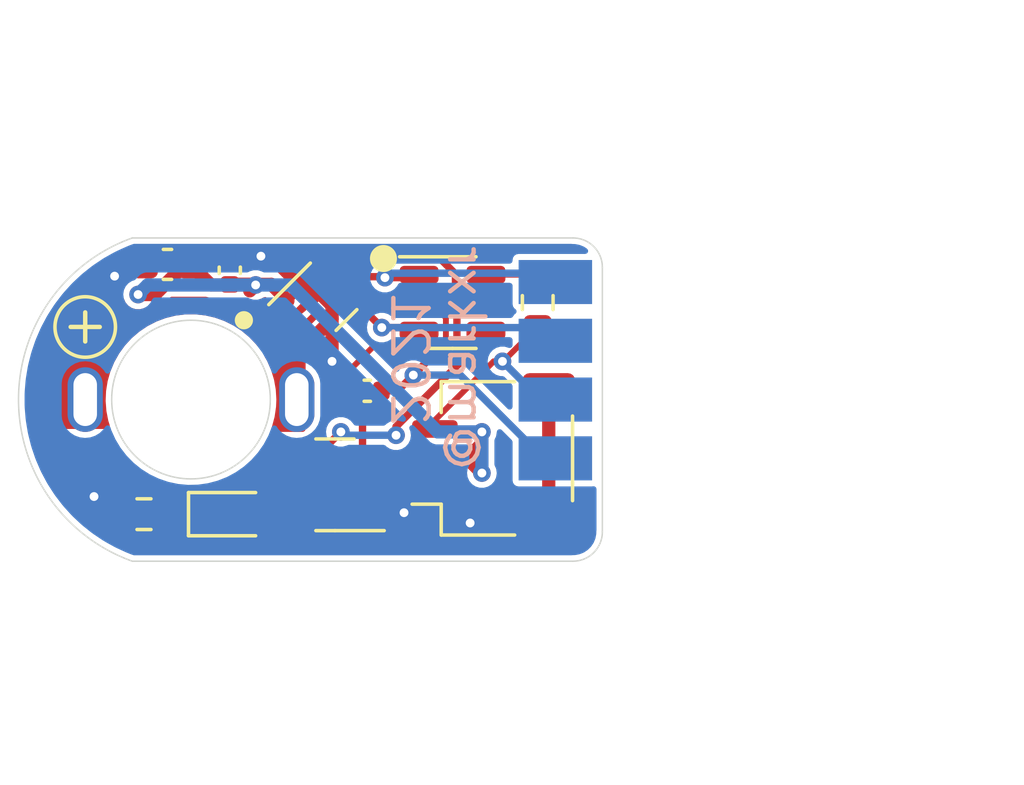
<source format=kicad_pcb>
(kicad_pcb (version 20210228) (generator pcbnew)
  (layers (0 "F.Cu" signal) (31 "B.Cu" signal) (34 "B.Paste" user) (35 "F.Paste" user) (36 "B.SilkS" user "B.Silkscreen") (37 "F.SilkS" user "F.Silkscreen") (38 "B.Mask" user) (39 "F.Mask" user) (44 "Edge.Cuts" user))
  (net 0 "")
  (net 1 "GND")
  (net 2 "VBAT")
  (net 3 "/VLOGIC")
  (net 4 "PWMIN")
  (net 5 "/MOTORF")
  (net 6 "/MOTORR")
  (net 7 "BLINKY")
  (net 8 "Net-(D1-Pad1)")
  (net 9 "/MOTOROUT1")
  (net 10 "/MOTOROUT2")
  (net 11 "/PWMR")
  (footprint "Resistor_SMD:R_0603_1608Metric" (layer "F.Cu") (at 158.4 123.9)
    (fp_text reference "R1" hide)
    (fp_text value "1k" hide)
    (fp_line (start -0.237258 0.5225) (end 0.237258 0.5225) (layer "F.SilkS") (width 0.12))
    (fp_line (start -0.237258 -0.5225) (end 0.237258 -0.5225) (layer "F.SilkS") (width 0.12))
    (pad "1" smd roundrect (at -0.825 0) (size 0.8 0.95) (layers "F.Cu" "F.Paste" "F.Mask") (net 1 "GND"))
    (pad "2" smd roundrect (at 0.825 0) (size 0.8 0.95) (layers "F.Cu" "F.Paste" "F.Mask") (net 8 "Net-(D1-Pad1)"))
  )
  (footprint "Capacitor_SMD:C_0402_1005Metric" (layer "F.Cu") (at 161.32 115.6 90)
    (fp_text reference "C2" hide)
    (fp_text value "1uF" hide)
    (fp_line (start -0.107836 0.36) (end 0.107836 0.36) (layer "F.SilkS") (width 0.12))
    (fp_line (start -0.107836 -0.36) (end 0.107836 -0.36) (layer "F.SilkS") (width 0.12))
    (pad "1" smd roundrect (at -0.48 0 90) (size 0.56 0.62) (layers "F.Cu" "F.Paste" "F.Mask") (net 2 "VBAT"))
    (pad "2" smd roundrect (at 0.48 0 90) (size 0.56 0.62) (layers "F.Cu" "F.Paste" "F.Mask") (net 1 "GND"))
  )
  (footprint "Connector_JST:JST_SH_SM03B-SRSS-TB_1x03-1MP_P1.00mm_Horizontal" (layer "F.Cu") (at 170.3 122 90)
    (fp_text reference "J1" hide)
    (fp_text value "Servo wire input" hide)
    (fp_line (start 2.61 0.715) (end 2.61 -1.785) (layer "F.SilkS") (width 0.12))
    (fp_line (start -2.61 -1.785) (end -1.56 -1.785) (layer "F.SilkS") (width 0.12))
    (fp_line (start 2.61 -1.785) (end 1.56 -1.785) (layer "F.SilkS") (width 0.12))
    (fp_line (start -2.61 0.715) (end -2.61 -1.785) (layer "F.SilkS") (width 0.12))
    (fp_line (start -1.56 -1.785) (end -1.56 -2.775) (layer "F.SilkS") (width 0.12))
    (fp_line (start -1.44 2.685) (end 1.44 2.685) (layer "F.SilkS") (width 0.12))
    (pad "1" smd roundrect (at -1 -2 90) (size 0.6 1.55) (layers "F.Cu" "F.Paste" "F.Mask") (net 1 "GND"))
    (pad "2" smd roundrect (at 0 -2 90) (size 0.6 1.55) (layers "F.Cu" "F.Paste" "F.Mask") (net 2 "VBAT"))
    (pad "3" smd roundrect (at 1 -2 90) (size 0.6 1.55) (layers "F.Cu" "F.Paste" "F.Mask") (net 4 "PWMIN"))
    (pad "MP" smd roundrect (at -2.3 1.875 90) (size 1.2 1.8) (layers "F.Cu" "F.Paste" "F.Mask") (roundrect_rratio 0.2083333333333333) (net 1 "GND"))
    (pad "MP" smd roundrect (at 2.3 1.875 90) (size 1.2 1.8) (layers "F.Cu" "F.Paste" "F.Mask") (roundrect_rratio 0.2083333333333333) (net 1 "GND"))
  )
  (footprint "Package_TO_SOT_SMD:SOT-23" (layer "F.Cu") (at 164.9 122.9 180)
    (fp_text reference "U3" hide)
    (fp_text value "AIC1734-33GUTR" hide)
    (fp_line (start 0 -1.56) (end -1.675 -1.56) (layer "F.SilkS") (width 0.12))
    (fp_line (start 0 1.56) (end -0.65 1.56) (layer "F.SilkS") (width 0.12))
    (fp_line (start 0 -1.56) (end 0.65 -1.56) (layer "F.SilkS") (width 0.12))
    (fp_line (start 0 1.56) (end 0.65 1.56) (layer "F.SilkS") (width 0.12))
    (pad "1" smd roundrect (at -0.9375 -0.95 180) (size 1.475 0.6) (layers "F.Cu" "F.Paste" "F.Mask") (net 1 "GND"))
    (pad "2" smd roundrect (at -0.9375 0.95 180) (size 1.475 0.6) (layers "F.Cu" "F.Paste" "F.Mask") (net 3 "/VLOGIC"))
    (pad "3" smd roundrect (at 0.9375 0 180) (size 1.475 0.6) (layers "F.Cu" "F.Paste" "F.Mask") (net 2 "VBAT"))
  )
  (footprint "Capacitor_SMD:C_0402_1005Metric" (layer "F.Cu") (at 166 119.7 180)
    (fp_text reference "C3" hide)
    (fp_text value "1uF" hide)
    (fp_line (start -0.107836 0.36) (end 0.107836 0.36) (layer "F.SilkS") (width 0.12))
    (fp_line (start -0.107836 -0.36) (end 0.107836 -0.36) (layer "F.SilkS") (width 0.12))
    (pad "1" smd roundrect (at -0.48 0 180) (size 0.56 0.62) (layers "F.Cu" "F.Paste" "F.Mask") (net 3 "/VLOGIC"))
    (pad "2" smd roundrect (at 0.48 0 180) (size 0.56 0.62) (layers "F.Cu" "F.Paste" "F.Mask") (net 1 "GND"))
  )
  (footprint "motorback:drv8837_custom" (layer "F.Cu") (at 164.5 116.5 45)
    (fp_text reference "U1" hide)
    (fp_text value "DRV8837DSGR" hide)
    (fp_line (start -1.5 -1.12) (end 0.5 -1.12) (layer "F.SilkS") (width 0.12))
    (fp_line (start 0.5 1.12) (end -0.5 1.12) (layer "F.SilkS") (width 0.12))
    (pad "1" smd rect (at -0.95 -0.75 45) (size 0.5 0.25) (layers "F.Cu" "F.Paste" "F.Mask") (net 2 "VBAT"))
    (pad "2" smd rect (at -0.95 -0.25 45) (size 0.5 0.25) (layers "F.Cu" "F.Paste" "F.Mask") (net 9 "/MOTOROUT1"))
    (pad "3" smd rect (at -0.95 0.25 45) (size 0.5 0.25) (layers "F.Cu" "F.Paste" "F.Mask") (net 10 "/MOTOROUT2"))
    (pad "4" smd rect (at -0.95 0.75 45) (size 0.5 0.25) (layers "F.Cu" "F.Paste" "F.Mask") (net 1 "GND"))
    (pad "5" smd rect (at 0.95 0.75 45) (size 0.5 0.25) (layers "F.Cu" "F.Paste" "F.Mask") (net 6 "/MOTORR"))
    (pad "6" smd rect (at 0.95 0.25 45) (size 0.5 0.25) (layers "F.Cu" "F.Paste" "F.Mask") (net 5 "/MOTORF"))
    (pad "7" smd rect (at 0.95 -0.25 45) (size 0.5 0.25) (layers "F.Cu" "F.Paste" "F.Mask") (net 3 "/VLOGIC"))
    (pad "8" smd rect (at 0.95 -0.75 45) (size 0.5 0.25) (layers "F.Cu" "F.Paste" "F.Mask") (net 3 "/VLOGIC"))
    (pad "9" smd rect (at 0 -0.4 45) (size 0.9 0.8) (layers "F.Cu" "F.Mask") (net 1 "GND"))
  )
  (footprint "motorback:motorpad" (layer "F.Cu") (at 163.6 120)
    (fp_text reference "J3" hide)
    (fp_text value "Conn_01x01_Male" hide)
    (pad "1" thru_hole oval (at 0 0) (size 1.2 2.2) (drill oval 0.8 1.8) (layers *.Cu *.Mask) (net 10 "/MOTOROUT2"))
  )
  (footprint "Package_TO_SOT_SMD:SOT-23-6" (layer "F.Cu") (at 168.9 116.7)
    (fp_text reference "U2" hide)
    (fp_text value "ATtiny4-TS" hide)
    (fp_line (start 0 1.56) (end -0.8 1.56) (layer "F.SilkS") (width 0.12))
    (fp_line (start 0 -1.56) (end -1.8 -1.56) (layer "F.SilkS") (width 0.12))
    (fp_line (start 0 -1.56) (end 0.8 -1.56) (layer "F.SilkS") (width 0.12))
    (fp_line (start 0 1.56) (end 0.8 1.56) (layer "F.SilkS") (width 0.12))
    (pad "1" smd roundrect (at -1.1375 -0.95) (size 1.325 0.6) (layers "F.Cu" "F.Paste" "F.Mask") (net 5 "/MOTORF"))
    (pad "2" smd roundrect (at -1.1375 0) (size 1.325 0.6) (layers "F.Cu" "F.Paste" "F.Mask") (net 1 "GND"))
    (pad "3" smd roundrect (at -1.1375 0.95) (size 1.325 0.6) (layers "F.Cu" "F.Paste" "F.Mask") (net 6 "/MOTORR"))
    (pad "4" smd roundrect (at 1.1375 0.95) (size 1.325 0.6) (layers "F.Cu" "F.Paste" "F.Mask") (net 7 "BLINKY"))
    (pad "5" smd roundrect (at 1.1375 0) (size 1.325 0.6) (layers "F.Cu" "F.Paste" "F.Mask") (net 3 "/VLOGIC"))
    (pad "6" smd roundrect (at 1.1375 -0.95) (size 1.325 0.6) (layers "F.Cu" "F.Paste" "F.Mask") (net 11 "/PWMR"))
  )
  (footprint "Capacitor_SMD:C_0603_1608Metric" (layer "F.Cu") (at 159.2 115.4 180)
    (fp_text reference "C1" hide)
    (fp_text value "10uF" hide)
    (fp_line (start -0.14058 0.51) (end 0.14058 0.51) (layer "F.SilkS") (width 0.12))
    (fp_line (start -0.14058 -0.51) (end 0.14058 -0.51) (layer "F.SilkS") (width 0.12))
    (pad "1" smd roundrect (at -0.775 0 180) (size 0.9 0.95) (layers "F.Cu" "F.Paste" "F.Mask") (net 2 "VBAT"))
    (pad "2" smd roundrect (at 0.775 0 180) (size 0.9 0.95) (layers "F.Cu" "F.Paste" "F.Mask") (net 1 "GND"))
  )
  (footprint "Resistor_SMD:R_0603_1608Metric" (layer "F.Cu") (at 171.8 116.7 90)
    (fp_text reference "R2" hide)
    (fp_text value "1k" hide)
    (fp_line (start -0.237258 0.5225) (end 0.237258 0.5225) (layer "F.SilkS") (width 0.12))
    (fp_line (start -0.237258 -0.5225) (end 0.237258 -0.5225) (layer "F.SilkS") (width 0.12))
    (pad "1" smd roundrect (at -0.825 0 90) (size 0.8 0.95) (layers "F.Cu" "F.Paste" "F.Mask") (net 4 "PWMIN"))
    (pad "2" smd roundrect (at 0.825 0 90) (size 0.8 0.95) (layers "F.Cu" "F.Paste" "F.Mask") (net 11 "/PWMR"))
  )
  (footprint "motorback:motorpad" (layer "F.Cu") (at 156.4 120)
    (fp_text reference "J2" hide)
    (fp_text value "Conn_01x01_Male" hide)
    (pad "1" thru_hole oval (at 0 0) (size 1.2 2.2) (drill oval 0.8 1.8) (layers *.Cu *.Mask) (net 9 "/MOTOROUT1"))
  )
  (footprint "LED_SMD:LED_0603_1608Metric" (layer "F.Cu") (at 161.4 123.9)
    (fp_text reference "D1" hide)
    (fp_text value "LED" hide)
    (fp_line (start -1.485 0.735) (end 0.8 0.735) (layer "F.SilkS") (width 0.12))
    (fp_line (start 0.8 -0.735) (end -1.485 -0.735) (layer "F.SilkS") (width 0.12))
    (fp_line (start -1.485 -0.735) (end -1.485 0.735) (layer "F.SilkS") (width 0.12))
    (pad "1" smd roundrect (at -0.7875 0) (size 0.875 0.95) (layers "F.Cu" "F.Paste" "F.Mask") (net 8 "Net-(D1-Pad1)"))
    (pad "2" smd roundrect (at 0.7875 0) (size 0.875 0.95) (layers "F.Cu" "F.Paste" "F.Mask") (net 7 "BLINKY"))
  )
  (footprint "motorback:pogopins_5" (layer "B.Cu") (at 172.4 120 90)
    (fp_text reference "J4" hide)
    (fp_text value "prog_pins" hide)
    (pad "1" smd rect (at -4 0 90) (size 1.5 2.5) (layers "B.Cu" "B.Paste" "B.Mask") (net 1 "GND"))
    (pad "2" smd rect (at -2 0 90) (size 1.5 2.5) (layers "B.Cu" "B.Paste" "B.Mask") (net 3 "/VLOGIC"))
    (pad "3" smd rect (at 0 0 90) (size 1.5 2.5) (layers "B.Cu" "B.Paste" "B.Mask") (net 4 "PWMIN"))
    (pad "4" smd rect (at 2 0 90) (size 1.5 2.5) (layers "B.Cu" "B.Paste" "B.Mask") (net 6 "/MOTORR"))
    (pad "5" smd rect (at 4 0 90) (size 1.5 2.5) (layers "B.Cu" "B.Paste" "B.Mask") (net 5 "/MOTORF"))
  )
  (gr_circle (center 156.4 117.529563) (end 157.3 117.029563) (layer "F.SilkS") (width 0.12) (fill none))
  (gr_circle (center 166.55 115.2) (end 166.95 115.2) (layer "F.SilkS") (width 0.12) (fill solid))
  (gr_circle (center 161.8 117.3) (end 162.05 117.3) (layer "F.SilkS") (width 0.12) (fill solid))
  (gr_arc (start 173 115.5) (end 174 115.5) (angle -90) (layer "Edge.Cuts") (width 0.05))
  (gr_arc (start 159.972702 120) (end 158 114.5) (angle -140.5369116) (layer "Edge.Cuts") (width 0.05))
  (gr_line (start 158 114.5) (end 173 114.5) (layer "Edge.Cuts") (width 0.05))
  (gr_circle (center 160 120) (end 162.7 120) (layer "Edge.Cuts") (width 0.05) (fill none))
  (gr_line (start 174 115.5) (end 174 124.5) (layer "Edge.Cuts") (width 0.05))
  (gr_arc (start 173 124.5) (end 173 125.5) (angle -90) (layer "Edge.Cuts") (width 0.05))
  (gr_line (start 158 125.5) (end 173 125.5) (layer "Edge.Cuts") (width 0.05))
  (gr_text "@markxr\n2021" (at 168.4 118.6 270) (layer "B.SilkS") (effects (font (size 1.2 1.2)) (justify mirror)))
  (gr_text "+" (at 156.4 117.429563) (layer "F.SilkS") (effects (font (size 1.3 1.3))))
  (segment (start 164.8 116.8) (end 164.8 117.2) (width 0.45) (layer "F.Cu") (net 1))
  (segment (start 169.5 124.2) (end 169.6 124.3) (width 0.45) (layer "F.Cu") (net 1))
  (segment (start 165.8375 123.85) (end 167.25 123.85) (width 0.45) (layer "F.Cu") (net 1))
  (segment (start 165 118.9) (end 164.8 118.7) (width 0.2) (layer "F.Cu") (net 1))
  (segment (start 157.8 115.4) (end 157.4 115.8) (width 0.45) (layer "F.Cu") (net 1))
  (segment (start 165.5 118.9) (end 165.5 119.68) (width 0.2) (layer "F.Cu") (net 1))
  (segment (start 168.67502 117.21252) (end 168.67502 117.965694) (width 0.2) (layer "F.Cu") (net 1))
  (segment (start 164.8 117.260661) (end 164.8 118.7) (width 0.45) (layer "F.Cu") (net 1))
  (segment (start 168.440694 118.20002) (end 166.19998 118.20002) (width 0.2) (layer "F.Cu") (net 1))
  (segment (start 157.3 123.9) (end 156.7 123.3) (width 0.45) (layer "F.Cu") (net 1))
  (segment (start 165.5 119.68) (end 165.52 119.7) (width 0.2) (layer "F.Cu") (net 1))
  (segment (start 161.32 115.12) (end 162.38 115.12) (width 0.45) (layer "F.Cu") (net 1))
  (segment (start 168.67502 117.965694) (end 168.440694 118.20002) (width 0.2) (layer "F.Cu") (net 1))
  (segment (start 168.3 123) (end 169.5 124.2) (width 0.45) (layer "F.Cu") (net 1))
  (segment (start 167.25 123.85) (end 167.45 123.85) (width 0.45) (layer "F.Cu") (net 1))
  (segment (start 164.217157 116.217157) (end 164.8 116.8) (width 0.45) (layer "F.Cu") (net 1))
  (segment (start 165.5 118.9) (end 165 118.9) (width 0.2) (layer "F.Cu") (net 1))
  (segment (start 157.575 123.9) (end 157.3 123.9) (width 0.45) (layer "F.Cu") (net 1))
  (segment (start 168.1625 116.7) (end 168.67502 117.21252) (width 0.2) (layer "F.Cu") (net 1))
  (segment (start 164.8 116.8) (end 164.8 117.260661) (width 0.45) (layer "F.Cu") (net 1))
  (segment (start 170.2 124.3) (end 172.175 124.3) (width 0.45) (layer "F.Cu") (net 1))
  (segment (start 166.19998 118.20002) (end 165.5 118.9) (width 0.2) (layer "F.Cu") (net 1))
  (segment (start 162.72 115.12) (end 163.717157 116.117157) (width 0.45) (layer "F.Cu") (net 1))
  (segment (start 172.175 119.7) (end 172.175 124.3) (width 0.45) (layer "F.Cu") (net 1))
  (segment (start 162.38 115.12) (end 162.72 115.12) (width 0.45) (layer "F.Cu") (net 1))
  (segment (start 164.8 117.260661) (end 164.358579 117.702082) (width 0.45) (layer "F.Cu") (net 1))
  (segment (start 167.45 123.85) (end 168.3 123) (width 0.45) (layer "F.Cu") (net 1))
  (segment (start 169.6 124.3) (end 172.175 124.3) (width 0.45) (layer "F.Cu") (net 1))
  (segment (start 158.425 115.4) (end 157.8 115.4) (width 0.45) (layer "F.Cu") (net 1))
  (via (at 156.7 123.3) (size 0.6) (drill 0.3) (layers "F.Cu" "B.Cu") (net 1))
  (via (at 162.38 115.12) (size 0.6) (drill 0.3) (layers "F.Cu" "B.Cu") (net 1))
  (via (at 169.5 124.2) (size 0.6) (drill 0.3) (layers "F.Cu" "B.Cu") (net 1))
  (via (at 167.25 123.85) (size 0.6) (drill 0.3) (layers "F.Cu" "B.Cu") (net 1))
  (via (at 157.4 115.8) (size 0.6) (drill 0.3) (layers "F.Cu" "B.Cu") (net 1))
  (via (at 164.8 118.7) (size 0.6) (drill 0.3) (layers "F.Cu" "B.Cu") (net 1))
  (segment (start 169.9 121.175) (end 169.9 121.1) (width 0.45) (layer "F.Cu") (net 2))
  (segment (start 169.4 122) (end 169.075 122) (width 0.45) (layer "F.Cu") (net 2))
  (segment (start 169.9 122.5) (end 169.4 122) (width 0.45) (layer "F.Cu") (net 2))
  (segment (start 159.975 115.4) (end 160.675 116.1) (width 0.45) (layer "F.Cu") (net 2))
  (segment (start 158.774988 116.425012) (end 159.8 115.4) (width 0.45) (layer "F.Cu") (net 2))
  (segment (start 169.4 122) (end 169.9 121.5) (width 0.45) (layer "F.Cu") (net 2))
  (segment (start 169.4 122) (end 168.3 122) (width 0.45) (layer "F.Cu") (net 2))
  (segment (start 166.88251 122.9) (end 167.78251 122) (width 0.45) (layer "F.Cu") (net 2))
  (segment (start 158.20018 116.425012) (end 158.325192 116.3) (width 0.45) (layer "F.Cu") (net 2))
  (segment (start 167.78251 122) (end 168.3 122) (width 0.45) (layer "F.Cu") (net 2))
  (segment (start 162 116.3) (end 162.2 116.1) (width 0.45) (layer "F.Cu") (net 2))
  (segment (start 169.9 121.5) (end 169.9 121.1) (width 0.45) (layer "F.Cu") (net 2))
  (segment (start 163.9625 122.9) (end 166.88251 122.9) (width 0.45) (layer "F.Cu") (net 2))
  (segment (start 161.32 116.08) (end 162.736497 116.08) (width 0.45) (layer "F.Cu") (net 2))
  (segment (start 159.8 115.4) (end 159.975 115.4) (width 0.45) (layer "F.Cu") (net 2))
  (segment (start 162.736497 116.08) (end 163.297918 116.641421) (width 0.45) (layer "F.Cu") (net 2))
  (segment (start 169.9 122.5) (end 169.9 121.1) (width 0.45) (layer "F.Cu") (net 2))
  (segment (start 162.18 116.08) (end 162.2 116.1) (width 0.45) (layer "F.Cu") (net 2))
  (segment (start 158.20018 116.425012) (end 158.774988 116.425012) (width 0.45) (layer "F.Cu") (net 2))
  (segment (start 161.32 116.08) (end 162.18 116.08) (width 0.45) (layer "F.Cu") (net 2))
  (segment (start 160.675 116.1) (end 162.2 116.1) (width 0.45) (layer "F.Cu") (net 2))
  (via (at 169.9 122.5) (size 0.6) (drill 0.3) (layers "F.Cu" "B.Cu") (net 2))
  (via (at 158.20018 116.425012) (size 0.6) (drill 0.3) (layers "F.Cu" "B.Cu") (net 2))
  (via (at 162.2 116.1) (size 0.6) (drill 0.3) (layers "F.Cu" "B.Cu") (net 2))
  (via (at 169.9 121.1) (size 0.6) (drill 0.3) (layers "F.Cu" "B.Cu") (net 2))
  (segment (start 158.20018 116.425012) (end 158.525192 116.1) (width 0.45) (layer "B.Cu") (net 2))
  (segment (start 169.9 121.1) (end 168.4 121.1) (width 0.45) (layer "B.Cu") (net 2))
  (segment (start 169.9 122.5) (end 169.9 121.1) (width 0.45) (layer "B.Cu") (net 2))
  (segment (start 168.4 121.1) (end 163.4 116.1) (width 0.45) (layer "B.Cu") (net 2))
  (segment (start 163.4 116.1) (end 162.2 116.1) (width 0.45) (layer "B.Cu") (net 2))
  (segment (start 158.525192 116.1) (end 162.2 116.1) (width 0.45) (layer "B.Cu") (net 2))
  (segment (start 168.596028 118.575031) (end 168.157859 118.575031) (width 0.25) (layer "F.Cu") (net 3))
  (segment (start 168.157859 118.575031) (end 167.566445 119.166445) (width 0.25) (layer "F.Cu") (net 3))
  (segment (start 169 116.325) (end 169.375 116.7) (width 0.25) (layer "F.Cu") (net 3))
  (segment (start 166.7 115.1) (end 168.37607 115.1) (width 0.25) (layer "F.Cu") (net 3))
  (segment (start 169.050031 118.121029) (end 168.596028 118.575031) (width 0.25) (layer "F.Cu") (net 3))
  (segment (start 170.0375 116.7) (end 169.375 116.7) (width 0.25) (layer "F.Cu") (net 3))
  (segment (start 169.375 116.7) (end 169.050031 117.024969) (width 0.25) (layer "F.Cu") (net 3))
  (segment (start 164.994975 115.651472) (end 165.546447 115.1) (width 0.25) (layer "F.Cu") (net 3))
  (segment (start 167.03289 119.7) (end 167.566445 119.166445) (width 0.25) (layer "F.Cu") (net 3))
  (segment (start 165.8375 120.3425) (end 165.8375 121.95) (width 0.25) (layer "F.Cu") (net 3))
  (segment (start 169 115.72393) (end 169 116.325) (width 0.25) (layer "F.Cu") (net 3))
  (segment (start 164.641421 115.297918) (end 164.994975 115.651472) (width 0.25) (layer "F.Cu") (net 3))
  (segment (start 169.050031 117.024969) (end 169.050031 118.121029) (width 0.25) (layer "F.Cu") (net 3))
  (segment (start 166.48 119.7) (end 167.03289 119.7) (width 0.25) (layer "F.Cu") (net 3))
  (segment (start 168.37607 115.1) (end 169 115.72393) (width 0.25) (layer "F.Cu") (net 3))
  (segment (start 165.546447 115.1) (end 166.7 115.1) (width 0.25) (layer "F.Cu") (net 3))
  (segment (start 166.48 119.7) (end 165.8375 120.3425) (width 0.25) (layer "F.Cu") (net 3))
  (via (at 167.566445 119.166445) (size 0.6) (drill 0.3) (layers "F.Cu" "B.Cu") (net 3))
  (segment (start 169.166445 119.166445) (end 167.566445 119.166445) (width 0.25) (layer "B.Cu") (net 3))
  (segment (start 172 122) (end 169.166445 119.166445) (width 0.25) (layer "B.Cu") (net 3))
  (segment (start 172.4 122) (end 172 122) (width 0.25) (layer "B.Cu") (net 3))
  (segment (start 168.3 120.7) (end 170.3 118.7) (width 0.2) (layer "F.Cu") (net 4))
  (segment (start 170.6 118.7) (end 170.625 118.7) (width 0.2) (layer "F.Cu") (net 4))
  (segment (start 170.3 118.7) (end 170.6 118.7) (width 0.2) (layer "F.Cu") (net 4))
  (segment (start 168.3 121) (end 168.3 120.7) (width 0.2) (layer "F.Cu") (net 4))
  (segment (start 170.625 118.7) (end 171.8 117.525) (width 0.2) (layer "F.Cu") (net 4))
  (via (at 170.6 118.7) (size 0.6) (drill 0.3) (layers "F.Cu" "B.Cu") (net 4))
  (segment (start 172.4 120) (end 171.9 120) (width 0.25) (layer "B.Cu") (net 4))
  (segment (start 171.9 120) (end 170.6 118.7) (width 0.25) (layer "B.Cu") (net 4))
  (segment (start 166.6 115.84999) (end 167.66251 115.84999) (width 0.25) (layer "F.Cu") (net 5))
  (segment (start 166.6 115.84999) (end 166.568404 115.818394) (width 0.25) (layer "F.Cu") (net 5))
  (segment (start 165.535159 115.818394) (end 165.348528 116.005025) (width 0.25) (layer "F.Cu") (net 5))
  (segment (start 166.69999 115.75) (end 166.6 115.84999) (width 0.25) (layer "F.Cu") (net 5))
  (segment (start 167.66251 115.84999) (end 167.7625 115.75) (width 0.25) (layer "F.Cu") (net 5))
  (segment (start 166.568404 115.818394) (end 165.535159 115.818394) (width 0.25) (layer "F.Cu") (net 5))
  (via (at 166.6 115.84999) (size 0.6) (drill 0.3) (layers "F.Cu" "B.Cu") (net 5))
  (segment (start 172.1 115.7) (end 166.74999 115.7) (width 0.25) (layer "B.Cu") (net 5))
  (segment (start 172.4 116) (end 172.1 115.7) (width 0.25) (layer "B.Cu") (net 5))
  (segment (start 166.74999 115.7) (end 166.6 115.84999) (width 0.25) (layer "B.Cu") (net 5))
  (segment (start 165.702082 116.358579) (end 165.702082 116.758579) (width 0.25) (layer "F.Cu") (net 6))
  (segment (start 165.702082 116.758579) (end 166.493503 117.55) (width 0.25) (layer "F.Cu") (net 6))
  (segment (start 167.6625 117.55) (end 167.7625 117.65) (width 0.25) (layer "F.Cu") (net 6))
  (segment (start 166.493503 117.55) (end 167.6625 117.55) (width 0.25) (layer "F.Cu") (net 6))
  (via (at 166.493503 117.55) (size 0.6) (drill 0.3) (layers "F.Cu" "B.Cu") (net 6))
  (segment (start 166.493503 117.55) (end 171.95 117.55) (width 0.25) (layer "B.Cu") (net 6))
  (segment (start 171.95 117.55) (end 172.4 118) (width 0.25) (layer "B.Cu") (net 6))
  (segment (start 162.1875 122.947522) (end 163.485002 121.65002) (width 0.25) (layer "F.Cu") (net 7))
  (segment (start 170.0375 117.65) (end 170.0375 117.8625) (width 0.25) (layer "F.Cu") (net 7))
  (segment (start 162.1875 123.9) (end 162.1875 122.947522) (width 0.25) (layer "F.Cu") (net 7))
  (segment (start 170.0375 117.8625) (end 166.978767 120.921233) (width 0.25) (layer "F.Cu") (net 7))
  (segment (start 166.978767 120.921233) (end 166.978767 121.214263) (width 0.25) (layer "F.Cu") (net 7))
  (segment (start 164.54998 121.65002) (end 165.1 121.1) (width 0.25) (layer "F.Cu") (net 7))
  (segment (start 163.485002 121.65002) (end 164.54998 121.65002) (width 0.25) (layer "F.Cu") (net 7))
  (via (at 166.978767 121.214263) (size 0.6) (drill 0.3) (layers "F.Cu" "B.Cu") (net 7))
  (via (at 165.1 121.1) (size 0.6) (drill 0.3) (layers "F.Cu" "B.Cu") (net 7))
  (segment (start 165.214263 121.214263) (end 165.1 121.1) (width 0.25) (layer "B.Cu") (net 7))
  (segment (start 166.978767 121.214263) (end 165.214263 121.214263) (width 0.25) (layer "B.Cu") (net 7))
  (segment (start 159.225 123.9) (end 160.6125 123.9) (width 0.25) (layer "F.Cu") (net 8))
  (segment (start 171.675 115.75) (end 171.8 115.875) (width 0.2) (layer "F.Cu") (net 11))
  (segment (start 170.4375 115.75) (end 171.675 115.75) (width 0.2) (layer "F.Cu") (net 11))
  (zone (net 9) (net_name "/MOTOROUT1") (layer "F.Cu") (connect_pads yes (clearance 0.2)) (min_thickness 0.2) (fill yes (thermal_gap 0.508) (thermal_bridge_width 0.508))
    (polygon (pts (xy 164.5 116.5) (xy 161.937766 118.538645) (xy 157.8 121) (xy 155 121) (xy 155 119.5) (xy 157.2 116.5)))
  )
  (zone (net 10) (net_name "/MOTOROUT2") (layer "F.Cu") (connect_pads yes (clearance 0.2)) (min_thickness 0.2) (fill yes (thermal_gap 0.508) (thermal_bridge_width 0.508))
    (polygon (pts (xy 163.9 118.5) (xy 163.9 121.1) (xy 162.3 121.1) (xy 162.3 119.3) (xy 162.1 118.7) (xy 162.7 118.3) (xy 164.3 117) (xy 164.3 117.6)))
  )
  (zone (net 1) (net_name "GND") (layer "B.Cu") (connect_pads yes (clearance 0.2)) (min_thickness 0.2) (fill yes (thermal_gap 0.508) (thermal_bridge_width 0.508))
    (polygon (pts (xy 176 125.5) (xy 153.5 125.5) (xy 153.5 114.5) (xy 176 114.5)))
  )
)
</source>
